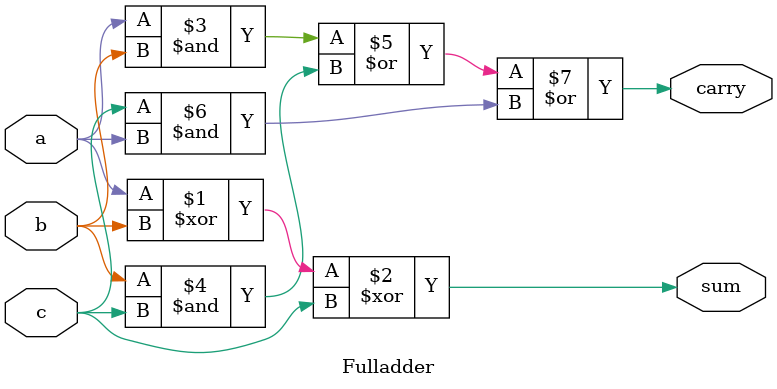
<source format=v>
`timescale 1ns / 1ps
module Fulladder(a,b,c,sum,carry);
input a,b,c;
output sum,carry;
assign sum=a^b^c;
assign carry=(a&b)|(b&c)|(c&a);
endmodule

</source>
